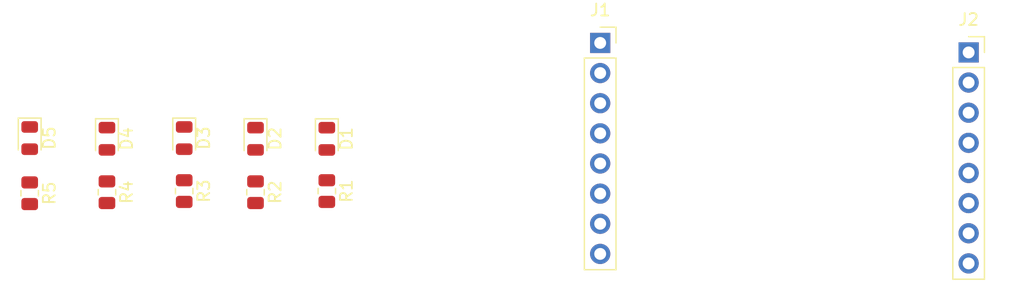
<source format=kicad_pcb>
(kicad_pcb (version 20241229) (generator "pcbnew") (generator_version "9.0")
  (layers (0 "F.Cu" signal) (2 "B.Cu" signal) (13 "F.Paste" user) (15 "B.Paste" user) (5 "F.SilkS" user "F.Silkscreen") (7 "B.SilkS" user "B.Silkscreen") (1 "F.Mask" user) (3 "B.Mask" user) (25 "Edge.Cuts" user))
  (net 0 "")
  (net 1 "/+3.3V")
  (net 2 "Net-(D1-K)")
  (net 3 "/SCK")
  (net 4 "Net-(D2-K)")
  (net 5 "Net-(D3-K)")
  (net 6 "/CS")
  (net 7 "/MOSI")
  (net 8 "Net-(D4-K)")
  (net 9 "Net-(D5-K)")
  (net 10 "/MISO")
  (net 11 "GND")
  (footprint "Resistor_SMD:R_0805_2012Metric" (layer "F.Cu") (at 98.5 120 -90)
    (property "Reference" "R2" (at 0 -1.65 90) (layer "F.SilkS"))
    (property "Value" "1K")
    (fp_line (start -0.227064 0.735) (end 0.227064 0.735) (stroke (width 0.12)) (layer "F.SilkS"))
    (fp_line (start -0.227064 -0.735) (end 0.227064 -0.735) (stroke (width 0.12)) (layer "F.SilkS"))
    (pad "1" smd roundrect (at -0.9125 0 270) (size 1.025 1.4) (layers "F.Cu" "F.Mask" "F.Paste") (roundrect_rratio 0.243902) (net 4 "Net-(D2-K)"))
    (pad "2" smd roundrect (at 0.9125 0 270) (size 1.025 1.4) (layers "F.Cu" "F.Mask" "F.Paste") (roundrect_rratio 0.243902) (net 11 "GND"))
  )
  (footprint "Resistor_SMD:R_0805_2012Metric" (layer "F.Cu") (at 104.5 119.905 -90)
    (property "Reference" "R1" (at 0 -1.65 90) (layer "F.SilkS"))
    (property "Value" "1K")
    (fp_line (start -0.227064 0.735) (end 0.227064 0.735) (stroke (width 0.12)) (layer "F.SilkS"))
    (fp_line (start -0.227064 -0.735) (end 0.227064 -0.735) (stroke (width 0.12)) (layer "F.SilkS"))
    (pad "1" smd roundrect (at -0.9125 0 270) (size 1.025 1.4) (layers "F.Cu" "F.Mask" "F.Paste") (roundrect_rratio 0.243902) (net 2 "Net-(D1-K)"))
    (pad "2" smd roundrect (at 0.9125 0 270) (size 1.025 1.4) (layers "F.Cu" "F.Mask" "F.Paste") (roundrect_rratio 0.243902) (net 11 "GND"))
  )
  (footprint "LED_SMD:LED_0805_2012Metric" (layer "F.Cu") (at 98.5 115.495 -90)
    (property "Reference" "D2" (at 0 -1.65 90) (layer "F.SilkS"))
    (property "Value" "LED")
    (fp_line (start -1.685 0.96) (end 1 0.96) (stroke (width 0.12)) (layer "F.SilkS"))
    (fp_line (start -1.685 -0.96) (end -1.685 0.96) (stroke (width 0.12)) (layer "F.SilkS"))
    (fp_line (start 1 -0.96) (end -1.685 -0.96) (stroke (width 0.12)) (layer "F.SilkS"))
    (pad "1" smd roundrect (at -0.9375 0 270) (size 0.975 1.4) (layers "F.Cu" "F.Mask" "F.Paste") (net 4 "Net-(D2-K)"))
    (pad "2" smd roundrect (at 0.9375 0 270) (size 0.975 1.4) (layers "F.Cu" "F.Mask" "F.Paste") (net 3 "/SCK"))
  )
  (footprint "LED_SMD:LED_0805_2012Metric" (layer "F.Cu") (at 79.5 115.4375 -90)
    (property "Reference" "D5" (at 0 -1.65 90) (layer "F.SilkS"))
    (property "Value" "LED")
    (fp_line (start -1.685 0.96) (end 1 0.96) (stroke (width 0.12)) (layer "F.SilkS"))
    (fp_line (start -1.685 -0.96) (end -1.685 0.96) (stroke (width 0.12)) (layer "F.SilkS"))
    (fp_line (start 1 -0.96) (end -1.685 -0.96) (stroke (width 0.12)) (layer "F.SilkS"))
    (pad "1" smd roundrect (at -0.9375 0 270) (size 0.975 1.4) (layers "F.Cu" "F.Mask" "F.Paste") (net 9 "Net-(D5-K)"))
    (pad "2" smd roundrect (at 0.9375 0 270) (size 0.975 1.4) (layers "F.Cu" "F.Mask" "F.Paste") (net 10 "/MISO"))
  )
  (footprint "Resistor_SMD:R_0805_2012Metric" (layer "F.Cu") (at 92.5 119.905 -90)
    (property "Reference" "R3" (at 0 -1.65 90) (layer "F.SilkS"))
    (property "Value" "1K")
    (fp_line (start -0.227064 0.735) (end 0.227064 0.735) (stroke (width 0.12)) (layer "F.SilkS"))
    (fp_line (start -0.227064 -0.735) (end 0.227064 -0.735) (stroke (width 0.12)) (layer "F.SilkS"))
    (pad "1" smd roundrect (at -0.9125 0 270) (size 1.025 1.4) (layers "F.Cu" "F.Mask" "F.Paste") (roundrect_rratio 0.243902) (net 5 "Net-(D3-K)"))
    (pad "2" smd roundrect (at 0.9125 0 270) (size 1.025 1.4) (layers "F.Cu" "F.Mask" "F.Paste") (roundrect_rratio 0.243902) (net 11 "GND"))
  )
  (footprint "Connector_PinSocket_2.54mm:PinSocket_1x08_P2.54mm_Vertical" (layer "F.Cu") (at 127.5 107.42)
    (property "Reference" "J1" (at 0 -2.77 0) (layer "F.SilkS"))
    (property "Value" "Conn_01x08")
    (fp_line (start -1.33 1.27) (end -1.33 19.11) (stroke (width 0.12)) (layer "F.SilkS"))
    (fp_line (start -1.33 1.27) (end 1.33 1.27) (stroke (width 0.12)) (layer "F.SilkS"))
    (fp_line (start -1.33 19.11) (end 1.33 19.11) (stroke (width 0.12)) (layer "F.SilkS"))
    (fp_line (start 0 -1.33) (end 1.33 -1.33) (stroke (width 0.12)) (layer "F.SilkS"))
    (fp_line (start 1.33 -1.33) (end 1.33 0) (stroke (width 0.12)) (layer "F.SilkS"))
    (fp_line (start 1.33 1.27) (end 1.33 19.11) (stroke (width 0.12)) (layer "F.SilkS"))
    (pad "1" thru_hole rect (at 0 0) (size 1.7 1.7) (drill 1) (layers "*.Cu" "*.Mask"))
    (pad "2" thru_hole circle (at 0 2.54) (size 1.7 1.7) (drill 1) (layers "*.Cu" "*.Mask"))
    (pad "3" thru_hole circle (at 0 5.08) (size 1.7 1.7) (drill 1) (layers "*.Cu" "*.Mask") (net 6 "/CS"))
    (pad "4" thru_hole circle (at 0 7.62) (size 1.7 1.7) (drill 1) (layers "*.Cu" "*.Mask") (net 3 "/SCK"))
    (pad "5" thru_hole circle (at 0 10.16) (size 1.7 1.7) (drill 1) (layers "*.Cu" "*.Mask") (net 10 "/MISO"))
    (pad "6" thru_hole circle (at 0 12.7) (size 1.7 1.7) (drill 1) (layers "*.Cu" "*.Mask") (net 7 "/MOSI"))
    (pad "7" thru_hole circle (at 0 15.24) (size 1.7 1.7) (drill 1) (layers "*.Cu" "*.Mask") (net 1 "/+3.3V"))
    (pad "8" thru_hole circle (at 0 17.78) (size 1.7 1.7) (drill 1) (layers "*.Cu" "*.Mask") (net 11 "GND"))
  )
  (footprint "Resistor_SMD:R_0805_2012Metric" (layer "F.Cu") (at 79.5 120.0875 -90)
    (property "Reference" "R5" (at 0 -1.65 90) (layer "F.SilkS"))
    (property "Value" "1K")
    (fp_line (start -0.227064 0.735) (end 0.227064 0.735) (stroke (width 0.12)) (layer "F.SilkS"))
    (fp_line (start -0.227064 -0.735) (end 0.227064 -0.735) (stroke (width 0.12)) (layer "F.SilkS"))
    (pad "1" smd roundrect (at -0.9125 0 270) (size 1.025 1.4) (layers "F.Cu" "F.Mask" "F.Paste") (roundrect_rratio 0.243902) (net 9 "Net-(D5-K)"))
    (pad "2" smd roundrect (at 0.9125 0 270) (size 1.025 1.4) (layers "F.Cu" "F.Mask" "F.Paste") (roundrect_rratio 0.243902) (net 11 "GND"))
  )
  (footprint "Resistor_SMD:R_0805_2012Metric" (layer "F.Cu") (at 86 120 -90)
    (property "Reference" "R4" (at 0 -1.65 90) (layer "F.SilkS"))
    (property "Value" "1K")
    (fp_line (start -0.227064 0.735) (end 0.227064 0.735) (stroke (width 0.12)) (layer "F.SilkS"))
    (fp_line (start -0.227064 -0.735) (end 0.227064 -0.735) (stroke (width 0.12)) (layer "F.SilkS"))
    (pad "1" smd roundrect (at -0.9125 0 270) (size 1.025 1.4) (layers "F.Cu" "F.Mask" "F.Paste") (roundrect_rratio 0.243902) (net 8 "Net-(D4-K)"))
    (pad "2" smd roundrect (at 0.9125 0 270) (size 1.025 1.4) (layers "F.Cu" "F.Mask" "F.Paste") (roundrect_rratio 0.243902) (net 11 "GND"))
  )
  (footprint "LED_SMD:LED_0805_2012Metric" (layer "F.Cu") (at 86 115.495 -90)
    (property "Reference" "D4" (at 0 -1.65 90) (layer "F.SilkS"))
    (property "Value" "LED")
    (fp_line (start -1.685 0.96) (end 1 0.96) (stroke (width 0.12)) (layer "F.SilkS"))
    (fp_line (start -1.685 -0.96) (end -1.685 0.96) (stroke (width 0.12)) (layer "F.SilkS"))
    (fp_line (start 1 -0.96) (end -1.685 -0.96) (stroke (width 0.12)) (layer "F.SilkS"))
    (pad "1" smd roundrect (at -0.9375 0 270) (size 0.975 1.4) (layers "F.Cu" "F.Mask" "F.Paste") (net 8 "Net-(D4-K)"))
    (pad "2" smd roundrect (at 0.9375 0 270) (size 0.975 1.4) (layers "F.Cu" "F.Mask" "F.Paste") (net 7 "/MOSI"))
  )
  (footprint "Connector_PinSocket_2.54mm:PinSocket_1x08_P2.54mm_Vertical" (layer "F.Cu") (at 158.5 108.22)
    (property "Reference" "J2" (at 0 -2.77 0) (layer "F.SilkS"))
    (property "Value" "Conn_01x08")
    (fp_line (start -1.33 1.27) (end -1.33 19.11) (stroke (width 0.12)) (layer "F.SilkS"))
    (fp_line (start -1.33 1.27) (end 1.33 1.27) (stroke (width 0.12)) (layer "F.SilkS"))
    (fp_line (start -1.33 19.11) (end 1.33 19.11) (stroke (width 0.12)) (layer "F.SilkS"))
    (fp_line (start 0 -1.33) (end 1.33 -1.33) (stroke (width 0.12)) (layer "F.SilkS"))
    (fp_line (start 1.33 -1.33) (end 1.33 0) (stroke (width 0.12)) (layer "F.SilkS"))
    (fp_line (start 1.33 1.27) (end 1.33 19.11) (stroke (width 0.12)) (layer "F.SilkS"))
    (pad "1" thru_hole rect (at 0 0) (size 1.7 1.7) (drill 1) (layers "*.Cu" "*.Mask"))
    (pad "2" thru_hole circle (at 0 2.54) (size 1.7 1.7) (drill 1) (layers "*.Cu" "*.Mask"))
    (pad "3" thru_hole circle (at 0 5.08) (size 1.7 1.7) (drill 1) (layers "*.Cu" "*.Mask"))
    (pad "4" thru_hole circle (at 0 7.62) (size 1.7 1.7) (drill 1) (layers "*.Cu" "*.Mask"))
    (pad "5" thru_hole circle (at 0 10.16) (size 1.7 1.7) (drill 1) (layers "*.Cu" "*.Mask"))
    (pad "6" thru_hole circle (at 0 12.7) (size 1.7 1.7) (drill 1) (layers "*.Cu" "*.Mask"))
    (pad "7" thru_hole circle (at 0 15.24) (size 1.7 1.7) (drill 1) (layers "*.Cu" "*.Mask"))
    (pad "8" thru_hole circle (at 0 17.78) (size 1.7 1.7) (drill 1) (layers "*.Cu" "*.Mask"))
  )
  (footprint "LED_SMD:LED_0805_2012Metric" (layer "F.Cu") (at 104.5 115.5 -90)
    (property "Reference" "D1" (at 0 -1.65 90) (layer "F.SilkS"))
    (property "Value" "LED")
    (fp_line (start -1.685 0.96) (end 1 0.96) (stroke (width 0.12)) (layer "F.SilkS"))
    (fp_line (start -1.685 -0.96) (end -1.685 0.96) (stroke (width 0.12)) (layer "F.SilkS"))
    (fp_line (start 1 -0.96) (end -1.685 -0.96) (stroke (width 0.12)) (layer "F.SilkS"))
    (pad "1" smd roundrect (at -0.9375 0 270) (size 0.975 1.4) (layers "F.Cu" "F.Mask" "F.Paste") (net 2 "Net-(D1-K)"))
    (pad "2" smd roundrect (at 0.9375 0 270) (size 0.975 1.4) (layers "F.Cu" "F.Mask" "F.Paste") (net 1 "/+3.3V"))
  )
  (footprint "LED_SMD:LED_0805_2012Metric" (layer "F.Cu") (at 92.5 115.4375 -90)
    (property "Reference" "D3" (at 0 -1.65 90) (layer "F.SilkS"))
    (property "Value" "LED")
    (fp_line (start -1.685 0.96) (end 1 0.96) (stroke (width 0.12)) (layer "F.SilkS"))
    (fp_line (start -1.685 -0.96) (end -1.685 0.96) (stroke (width 0.12)) (layer "F.SilkS"))
    (fp_line (start 1 -0.96) (end -1.685 -0.96) (stroke (width 0.12)) (layer "F.SilkS"))
    (pad "1" smd roundrect (at -0.9375 0 270) (size 0.975 1.4) (layers "F.Cu" "F.Mask" "F.Paste") (net 5 "Net-(D3-K)"))
    (pad "2" smd roundrect (at 0.9375 0 270) (size 0.975 1.4) (layers "F.Cu" "F.Mask" "F.Paste") (net 6 "/CS"))
  )
)
</source>
